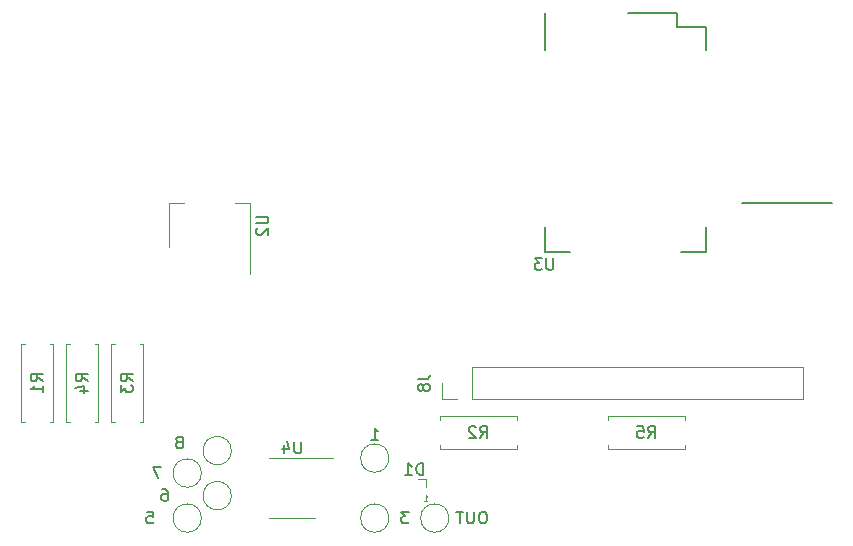
<source format=gbr>
%TF.GenerationSoftware,KiCad,Pcbnew,7.0.9*%
%TF.CreationDate,2025-10-08T14:44:38+03:00*%
%TF.ProjectId,signalgenerator-rounded,7369676e-616c-4676-956e-657261746f72,rev?*%
%TF.SameCoordinates,Original*%
%TF.FileFunction,Legend,Bot*%
%TF.FilePolarity,Positive*%
%FSLAX46Y46*%
G04 Gerber Fmt 4.6, Leading zero omitted, Abs format (unit mm)*
G04 Created by KiCad (PCBNEW 7.0.9) date 2025-10-08 14:44:38*
%MOMM*%
%LPD*%
G01*
G04 APERTURE LIST*
%ADD10C,0.150000*%
%ADD11C,0.075000*%
%ADD12C,0.120000*%
G04 APERTURE END LIST*
D10*
X92710000Y-48260000D02*
X100330000Y-48260000D01*
X70849999Y-74384819D02*
X70659523Y-74384819D01*
X70659523Y-74384819D02*
X70564285Y-74432438D01*
X70564285Y-74432438D02*
X70469047Y-74527676D01*
X70469047Y-74527676D02*
X70421428Y-74718152D01*
X70421428Y-74718152D02*
X70421428Y-75051485D01*
X70421428Y-75051485D02*
X70469047Y-75241961D01*
X70469047Y-75241961D02*
X70564285Y-75337200D01*
X70564285Y-75337200D02*
X70659523Y-75384819D01*
X70659523Y-75384819D02*
X70849999Y-75384819D01*
X70849999Y-75384819D02*
X70945237Y-75337200D01*
X70945237Y-75337200D02*
X71040475Y-75241961D01*
X71040475Y-75241961D02*
X71088094Y-75051485D01*
X71088094Y-75051485D02*
X71088094Y-74718152D01*
X71088094Y-74718152D02*
X71040475Y-74527676D01*
X71040475Y-74527676D02*
X70945237Y-74432438D01*
X70945237Y-74432438D02*
X70849999Y-74384819D01*
X69992856Y-74384819D02*
X69992856Y-75194342D01*
X69992856Y-75194342D02*
X69945237Y-75289580D01*
X69945237Y-75289580D02*
X69897618Y-75337200D01*
X69897618Y-75337200D02*
X69802380Y-75384819D01*
X69802380Y-75384819D02*
X69611904Y-75384819D01*
X69611904Y-75384819D02*
X69516666Y-75337200D01*
X69516666Y-75337200D02*
X69469047Y-75289580D01*
X69469047Y-75289580D02*
X69421428Y-75194342D01*
X69421428Y-75194342D02*
X69421428Y-74384819D01*
X69088094Y-74384819D02*
X68516666Y-74384819D01*
X68802380Y-75384819D02*
X68802380Y-74384819D01*
X65264819Y-63166666D02*
X65979104Y-63166666D01*
X65979104Y-63166666D02*
X66121961Y-63119047D01*
X66121961Y-63119047D02*
X66217200Y-63023809D01*
X66217200Y-63023809D02*
X66264819Y-62880952D01*
X66264819Y-62880952D02*
X66264819Y-62785714D01*
X65693390Y-63785714D02*
X65645771Y-63690476D01*
X65645771Y-63690476D02*
X65598152Y-63642857D01*
X65598152Y-63642857D02*
X65502914Y-63595238D01*
X65502914Y-63595238D02*
X65455295Y-63595238D01*
X65455295Y-63595238D02*
X65360057Y-63642857D01*
X65360057Y-63642857D02*
X65312438Y-63690476D01*
X65312438Y-63690476D02*
X65264819Y-63785714D01*
X65264819Y-63785714D02*
X65264819Y-63976190D01*
X65264819Y-63976190D02*
X65312438Y-64071428D01*
X65312438Y-64071428D02*
X65360057Y-64119047D01*
X65360057Y-64119047D02*
X65455295Y-64166666D01*
X65455295Y-64166666D02*
X65502914Y-64166666D01*
X65502914Y-64166666D02*
X65598152Y-64119047D01*
X65598152Y-64119047D02*
X65645771Y-64071428D01*
X65645771Y-64071428D02*
X65693390Y-63976190D01*
X65693390Y-63976190D02*
X65693390Y-63785714D01*
X65693390Y-63785714D02*
X65741009Y-63690476D01*
X65741009Y-63690476D02*
X65788628Y-63642857D01*
X65788628Y-63642857D02*
X65883866Y-63595238D01*
X65883866Y-63595238D02*
X66074342Y-63595238D01*
X66074342Y-63595238D02*
X66169580Y-63642857D01*
X66169580Y-63642857D02*
X66217200Y-63690476D01*
X66217200Y-63690476D02*
X66264819Y-63785714D01*
X66264819Y-63785714D02*
X66264819Y-63976190D01*
X66264819Y-63976190D02*
X66217200Y-64071428D01*
X66217200Y-64071428D02*
X66169580Y-64119047D01*
X66169580Y-64119047D02*
X66074342Y-64166666D01*
X66074342Y-64166666D02*
X65883866Y-64166666D01*
X65883866Y-64166666D02*
X65788628Y-64119047D01*
X65788628Y-64119047D02*
X65741009Y-64071428D01*
X65741009Y-64071428D02*
X65693390Y-63976190D01*
X33474819Y-63333333D02*
X32998628Y-63000000D01*
X33474819Y-62761905D02*
X32474819Y-62761905D01*
X32474819Y-62761905D02*
X32474819Y-63142857D01*
X32474819Y-63142857D02*
X32522438Y-63238095D01*
X32522438Y-63238095D02*
X32570057Y-63285714D01*
X32570057Y-63285714D02*
X32665295Y-63333333D01*
X32665295Y-63333333D02*
X32808152Y-63333333D01*
X32808152Y-63333333D02*
X32903390Y-63285714D01*
X32903390Y-63285714D02*
X32951009Y-63238095D01*
X32951009Y-63238095D02*
X32998628Y-63142857D01*
X32998628Y-63142857D02*
X32998628Y-62761905D01*
X33474819Y-64285714D02*
X33474819Y-63714286D01*
X33474819Y-64000000D02*
X32474819Y-64000000D01*
X32474819Y-64000000D02*
X32617676Y-63904762D01*
X32617676Y-63904762D02*
X32712914Y-63809524D01*
X32712914Y-63809524D02*
X32760533Y-63714286D01*
X45180237Y-68463390D02*
X45275475Y-68415771D01*
X45275475Y-68415771D02*
X45323094Y-68368152D01*
X45323094Y-68368152D02*
X45370713Y-68272914D01*
X45370713Y-68272914D02*
X45370713Y-68225295D01*
X45370713Y-68225295D02*
X45323094Y-68130057D01*
X45323094Y-68130057D02*
X45275475Y-68082438D01*
X45275475Y-68082438D02*
X45180237Y-68034819D01*
X45180237Y-68034819D02*
X44989761Y-68034819D01*
X44989761Y-68034819D02*
X44894523Y-68082438D01*
X44894523Y-68082438D02*
X44846904Y-68130057D01*
X44846904Y-68130057D02*
X44799285Y-68225295D01*
X44799285Y-68225295D02*
X44799285Y-68272914D01*
X44799285Y-68272914D02*
X44846904Y-68368152D01*
X44846904Y-68368152D02*
X44894523Y-68415771D01*
X44894523Y-68415771D02*
X44989761Y-68463390D01*
X44989761Y-68463390D02*
X45180237Y-68463390D01*
X45180237Y-68463390D02*
X45275475Y-68511009D01*
X45275475Y-68511009D02*
X45323094Y-68558628D01*
X45323094Y-68558628D02*
X45370713Y-68653866D01*
X45370713Y-68653866D02*
X45370713Y-68844342D01*
X45370713Y-68844342D02*
X45323094Y-68939580D01*
X45323094Y-68939580D02*
X45275475Y-68987200D01*
X45275475Y-68987200D02*
X45180237Y-69034819D01*
X45180237Y-69034819D02*
X44989761Y-69034819D01*
X44989761Y-69034819D02*
X44894523Y-68987200D01*
X44894523Y-68987200D02*
X44846904Y-68939580D01*
X44846904Y-68939580D02*
X44799285Y-68844342D01*
X44799285Y-68844342D02*
X44799285Y-68653866D01*
X44799285Y-68653866D02*
X44846904Y-68558628D01*
X44846904Y-68558628D02*
X44894523Y-68511009D01*
X44894523Y-68511009D02*
X44989761Y-68463390D01*
X37284819Y-63333333D02*
X36808628Y-63000000D01*
X37284819Y-62761905D02*
X36284819Y-62761905D01*
X36284819Y-62761905D02*
X36284819Y-63142857D01*
X36284819Y-63142857D02*
X36332438Y-63238095D01*
X36332438Y-63238095D02*
X36380057Y-63285714D01*
X36380057Y-63285714D02*
X36475295Y-63333333D01*
X36475295Y-63333333D02*
X36618152Y-63333333D01*
X36618152Y-63333333D02*
X36713390Y-63285714D01*
X36713390Y-63285714D02*
X36761009Y-63238095D01*
X36761009Y-63238095D02*
X36808628Y-63142857D01*
X36808628Y-63142857D02*
X36808628Y-62761905D01*
X36618152Y-64190476D02*
X37284819Y-64190476D01*
X36237200Y-63952381D02*
X36951485Y-63714286D01*
X36951485Y-63714286D02*
X36951485Y-64333333D01*
X41094819Y-63333333D02*
X40618628Y-63000000D01*
X41094819Y-62761905D02*
X40094819Y-62761905D01*
X40094819Y-62761905D02*
X40094819Y-63142857D01*
X40094819Y-63142857D02*
X40142438Y-63238095D01*
X40142438Y-63238095D02*
X40190057Y-63285714D01*
X40190057Y-63285714D02*
X40285295Y-63333333D01*
X40285295Y-63333333D02*
X40428152Y-63333333D01*
X40428152Y-63333333D02*
X40523390Y-63285714D01*
X40523390Y-63285714D02*
X40571009Y-63238095D01*
X40571009Y-63238095D02*
X40618628Y-63142857D01*
X40618628Y-63142857D02*
X40618628Y-62761905D01*
X40094819Y-63666667D02*
X40094819Y-64285714D01*
X40094819Y-64285714D02*
X40475771Y-63952381D01*
X40475771Y-63952381D02*
X40475771Y-64095238D01*
X40475771Y-64095238D02*
X40523390Y-64190476D01*
X40523390Y-64190476D02*
X40571009Y-64238095D01*
X40571009Y-64238095D02*
X40666247Y-64285714D01*
X40666247Y-64285714D02*
X40904342Y-64285714D01*
X40904342Y-64285714D02*
X40999580Y-64238095D01*
X40999580Y-64238095D02*
X41047200Y-64190476D01*
X41047200Y-64190476D02*
X41094819Y-64095238D01*
X41094819Y-64095238D02*
X41094819Y-63809524D01*
X41094819Y-63809524D02*
X41047200Y-63714286D01*
X41047200Y-63714286D02*
X40999580Y-63666667D01*
X55371904Y-68444819D02*
X55371904Y-69254342D01*
X55371904Y-69254342D02*
X55324285Y-69349580D01*
X55324285Y-69349580D02*
X55276666Y-69397200D01*
X55276666Y-69397200D02*
X55181428Y-69444819D01*
X55181428Y-69444819D02*
X54990952Y-69444819D01*
X54990952Y-69444819D02*
X54895714Y-69397200D01*
X54895714Y-69397200D02*
X54848095Y-69349580D01*
X54848095Y-69349580D02*
X54800476Y-69254342D01*
X54800476Y-69254342D02*
X54800476Y-68444819D01*
X53895714Y-68778152D02*
X53895714Y-69444819D01*
X54133809Y-68397200D02*
X54371904Y-69111485D01*
X54371904Y-69111485D02*
X53752857Y-69111485D01*
X70524666Y-68145819D02*
X70857999Y-67669628D01*
X71096094Y-68145819D02*
X71096094Y-67145819D01*
X71096094Y-67145819D02*
X70715142Y-67145819D01*
X70715142Y-67145819D02*
X70619904Y-67193438D01*
X70619904Y-67193438D02*
X70572285Y-67241057D01*
X70572285Y-67241057D02*
X70524666Y-67336295D01*
X70524666Y-67336295D02*
X70524666Y-67479152D01*
X70524666Y-67479152D02*
X70572285Y-67574390D01*
X70572285Y-67574390D02*
X70619904Y-67622009D01*
X70619904Y-67622009D02*
X70715142Y-67669628D01*
X70715142Y-67669628D02*
X71096094Y-67669628D01*
X70143713Y-67241057D02*
X70096094Y-67193438D01*
X70096094Y-67193438D02*
X70000856Y-67145819D01*
X70000856Y-67145819D02*
X69762761Y-67145819D01*
X69762761Y-67145819D02*
X69667523Y-67193438D01*
X69667523Y-67193438D02*
X69619904Y-67241057D01*
X69619904Y-67241057D02*
X69572285Y-67336295D01*
X69572285Y-67336295D02*
X69572285Y-67431533D01*
X69572285Y-67431533D02*
X69619904Y-67574390D01*
X69619904Y-67574390D02*
X70191332Y-68145819D01*
X70191332Y-68145819D02*
X69572285Y-68145819D01*
X76707904Y-52921819D02*
X76707904Y-53731342D01*
X76707904Y-53731342D02*
X76660285Y-53826580D01*
X76660285Y-53826580D02*
X76612666Y-53874200D01*
X76612666Y-53874200D02*
X76517428Y-53921819D01*
X76517428Y-53921819D02*
X76326952Y-53921819D01*
X76326952Y-53921819D02*
X76231714Y-53874200D01*
X76231714Y-53874200D02*
X76184095Y-53826580D01*
X76184095Y-53826580D02*
X76136476Y-53731342D01*
X76136476Y-53731342D02*
X76136476Y-52921819D01*
X75755523Y-52921819D02*
X75136476Y-52921819D01*
X75136476Y-52921819D02*
X75469809Y-53302771D01*
X75469809Y-53302771D02*
X75326952Y-53302771D01*
X75326952Y-53302771D02*
X75231714Y-53350390D01*
X75231714Y-53350390D02*
X75184095Y-53398009D01*
X75184095Y-53398009D02*
X75136476Y-53493247D01*
X75136476Y-53493247D02*
X75136476Y-53731342D01*
X75136476Y-53731342D02*
X75184095Y-53826580D01*
X75184095Y-53826580D02*
X75231714Y-53874200D01*
X75231714Y-53874200D02*
X75326952Y-53921819D01*
X75326952Y-53921819D02*
X75612666Y-53921819D01*
X75612666Y-53921819D02*
X75707904Y-53874200D01*
X75707904Y-53874200D02*
X75755523Y-53826580D01*
X42306904Y-74384819D02*
X42783094Y-74384819D01*
X42783094Y-74384819D02*
X42830713Y-74861009D01*
X42830713Y-74861009D02*
X42783094Y-74813390D01*
X42783094Y-74813390D02*
X42687856Y-74765771D01*
X42687856Y-74765771D02*
X42449761Y-74765771D01*
X42449761Y-74765771D02*
X42354523Y-74813390D01*
X42354523Y-74813390D02*
X42306904Y-74861009D01*
X42306904Y-74861009D02*
X42259285Y-74956247D01*
X42259285Y-74956247D02*
X42259285Y-75194342D01*
X42259285Y-75194342D02*
X42306904Y-75289580D01*
X42306904Y-75289580D02*
X42354523Y-75337200D01*
X42354523Y-75337200D02*
X42449761Y-75384819D01*
X42449761Y-75384819D02*
X42687856Y-75384819D01*
X42687856Y-75384819D02*
X42783094Y-75337200D01*
X42783094Y-75337200D02*
X42830713Y-75289580D01*
X84748666Y-68145819D02*
X85081999Y-67669628D01*
X85320094Y-68145819D02*
X85320094Y-67145819D01*
X85320094Y-67145819D02*
X84939142Y-67145819D01*
X84939142Y-67145819D02*
X84843904Y-67193438D01*
X84843904Y-67193438D02*
X84796285Y-67241057D01*
X84796285Y-67241057D02*
X84748666Y-67336295D01*
X84748666Y-67336295D02*
X84748666Y-67479152D01*
X84748666Y-67479152D02*
X84796285Y-67574390D01*
X84796285Y-67574390D02*
X84843904Y-67622009D01*
X84843904Y-67622009D02*
X84939142Y-67669628D01*
X84939142Y-67669628D02*
X85320094Y-67669628D01*
X83843904Y-67145819D02*
X84320094Y-67145819D01*
X84320094Y-67145819D02*
X84367713Y-67622009D01*
X84367713Y-67622009D02*
X84320094Y-67574390D01*
X84320094Y-67574390D02*
X84224856Y-67526771D01*
X84224856Y-67526771D02*
X83986761Y-67526771D01*
X83986761Y-67526771D02*
X83891523Y-67574390D01*
X83891523Y-67574390D02*
X83843904Y-67622009D01*
X83843904Y-67622009D02*
X83796285Y-67717247D01*
X83796285Y-67717247D02*
X83796285Y-67955342D01*
X83796285Y-67955342D02*
X83843904Y-68050580D01*
X83843904Y-68050580D02*
X83891523Y-68098200D01*
X83891523Y-68098200D02*
X83986761Y-68145819D01*
X83986761Y-68145819D02*
X84224856Y-68145819D01*
X84224856Y-68145819D02*
X84320094Y-68098200D01*
X84320094Y-68098200D02*
X84367713Y-68050580D01*
X61309285Y-68306819D02*
X61880713Y-68306819D01*
X61594999Y-68306819D02*
X61594999Y-67306819D01*
X61594999Y-67306819D02*
X61690237Y-67449676D01*
X61690237Y-67449676D02*
X61785475Y-67544914D01*
X61785475Y-67544914D02*
X61880713Y-67592533D01*
X43513332Y-70574819D02*
X42846666Y-70574819D01*
X42846666Y-70574819D02*
X43275237Y-71574819D01*
X64468332Y-74384819D02*
X63849285Y-74384819D01*
X63849285Y-74384819D02*
X64182618Y-74765771D01*
X64182618Y-74765771D02*
X64039761Y-74765771D01*
X64039761Y-74765771D02*
X63944523Y-74813390D01*
X63944523Y-74813390D02*
X63896904Y-74861009D01*
X63896904Y-74861009D02*
X63849285Y-74956247D01*
X63849285Y-74956247D02*
X63849285Y-75194342D01*
X63849285Y-75194342D02*
X63896904Y-75289580D01*
X63896904Y-75289580D02*
X63944523Y-75337200D01*
X63944523Y-75337200D02*
X64039761Y-75384819D01*
X64039761Y-75384819D02*
X64325475Y-75384819D01*
X64325475Y-75384819D02*
X64420713Y-75337200D01*
X64420713Y-75337200D02*
X64468332Y-75289580D01*
X51579819Y-49403095D02*
X52389342Y-49403095D01*
X52389342Y-49403095D02*
X52484580Y-49450714D01*
X52484580Y-49450714D02*
X52532200Y-49498333D01*
X52532200Y-49498333D02*
X52579819Y-49593571D01*
X52579819Y-49593571D02*
X52579819Y-49784047D01*
X52579819Y-49784047D02*
X52532200Y-49879285D01*
X52532200Y-49879285D02*
X52484580Y-49926904D01*
X52484580Y-49926904D02*
X52389342Y-49974523D01*
X52389342Y-49974523D02*
X51579819Y-49974523D01*
X51675057Y-50403095D02*
X51627438Y-50450714D01*
X51627438Y-50450714D02*
X51579819Y-50545952D01*
X51579819Y-50545952D02*
X51579819Y-50784047D01*
X51579819Y-50784047D02*
X51627438Y-50879285D01*
X51627438Y-50879285D02*
X51675057Y-50926904D01*
X51675057Y-50926904D02*
X51770295Y-50974523D01*
X51770295Y-50974523D02*
X51865533Y-50974523D01*
X51865533Y-50974523D02*
X52008390Y-50926904D01*
X52008390Y-50926904D02*
X52579819Y-50355476D01*
X52579819Y-50355476D02*
X52579819Y-50974523D01*
X43624523Y-72479819D02*
X43814999Y-72479819D01*
X43814999Y-72479819D02*
X43910237Y-72527438D01*
X43910237Y-72527438D02*
X43957856Y-72575057D01*
X43957856Y-72575057D02*
X44053094Y-72717914D01*
X44053094Y-72717914D02*
X44100713Y-72908390D01*
X44100713Y-72908390D02*
X44100713Y-73289342D01*
X44100713Y-73289342D02*
X44053094Y-73384580D01*
X44053094Y-73384580D02*
X44005475Y-73432200D01*
X44005475Y-73432200D02*
X43910237Y-73479819D01*
X43910237Y-73479819D02*
X43719761Y-73479819D01*
X43719761Y-73479819D02*
X43624523Y-73432200D01*
X43624523Y-73432200D02*
X43576904Y-73384580D01*
X43576904Y-73384580D02*
X43529285Y-73289342D01*
X43529285Y-73289342D02*
X43529285Y-73051247D01*
X43529285Y-73051247D02*
X43576904Y-72956009D01*
X43576904Y-72956009D02*
X43624523Y-72908390D01*
X43624523Y-72908390D02*
X43719761Y-72860771D01*
X43719761Y-72860771D02*
X43910237Y-72860771D01*
X43910237Y-72860771D02*
X44005475Y-72908390D01*
X44005475Y-72908390D02*
X44053094Y-72956009D01*
X44053094Y-72956009D02*
X44100713Y-73051247D01*
X65693094Y-71279819D02*
X65693094Y-70279819D01*
X65693094Y-70279819D02*
X65454999Y-70279819D01*
X65454999Y-70279819D02*
X65312142Y-70327438D01*
X65312142Y-70327438D02*
X65216904Y-70422676D01*
X65216904Y-70422676D02*
X65169285Y-70517914D01*
X65169285Y-70517914D02*
X65121666Y-70708390D01*
X65121666Y-70708390D02*
X65121666Y-70851247D01*
X65121666Y-70851247D02*
X65169285Y-71041723D01*
X65169285Y-71041723D02*
X65216904Y-71136961D01*
X65216904Y-71136961D02*
X65312142Y-71232200D01*
X65312142Y-71232200D02*
X65454999Y-71279819D01*
X65454999Y-71279819D02*
X65693094Y-71279819D01*
X64169285Y-71279819D02*
X64740713Y-71279819D01*
X64454999Y-71279819D02*
X64454999Y-70279819D01*
X64454999Y-70279819D02*
X64550237Y-70422676D01*
X64550237Y-70422676D02*
X64645475Y-70517914D01*
X64645475Y-70517914D02*
X64740713Y-70565533D01*
D11*
X65762142Y-73482409D02*
X66047856Y-73482409D01*
X65904999Y-73482409D02*
X65904999Y-72982409D01*
X65904999Y-72982409D02*
X65952618Y-73053838D01*
X65952618Y-73053838D02*
X66000237Y-73101457D01*
X66000237Y-73101457D02*
X66047856Y-73125266D01*
D12*
%TO.C,OUT*%
X67875000Y-74930000D02*
G75*
G03*
X67875000Y-74930000I-1200000J0D01*
G01*
%TO.C,J8*%
X97850000Y-62170000D02*
X97850000Y-64830000D01*
X69850000Y-62170000D02*
X97850000Y-62170000D01*
X69850000Y-62170000D02*
X69850000Y-64830000D01*
X67250000Y-63500000D02*
X67250000Y-64830000D01*
X69850000Y-64830000D02*
X97850000Y-64830000D01*
X67250000Y-64830000D02*
X68580000Y-64830000D01*
%TO.C,R1*%
X31650000Y-66770000D02*
X31650000Y-60230000D01*
X31980000Y-66770000D02*
X31650000Y-66770000D01*
X34060000Y-66770000D02*
X34390000Y-66770000D01*
X34390000Y-66770000D02*
X34390000Y-60230000D01*
X31650000Y-60230000D02*
X31980000Y-60230000D01*
X34390000Y-60230000D02*
X34060000Y-60230000D01*
%TO.C,8*%
X49460000Y-69215000D02*
G75*
G03*
X49460000Y-69215000I-1200000J0D01*
G01*
%TO.C,R4*%
X35460000Y-66770000D02*
X35460000Y-60230000D01*
X35790000Y-66770000D02*
X35460000Y-66770000D01*
X37870000Y-66770000D02*
X38200000Y-66770000D01*
X38200000Y-66770000D02*
X38200000Y-60230000D01*
X35460000Y-60230000D02*
X35790000Y-60230000D01*
X38200000Y-60230000D02*
X37870000Y-60230000D01*
%TO.C,R3*%
X39270000Y-66770000D02*
X39270000Y-60230000D01*
X39600000Y-66770000D02*
X39270000Y-66770000D01*
X41680000Y-66770000D02*
X42010000Y-66770000D01*
X42010000Y-66770000D02*
X42010000Y-60230000D01*
X39270000Y-60230000D02*
X39600000Y-60230000D01*
X42010000Y-60230000D02*
X41680000Y-60230000D01*
%TO.C,U4*%
X54610000Y-74950000D02*
X56560000Y-74950000D01*
X54610000Y-74950000D02*
X52660000Y-74950000D01*
X54610000Y-69830000D02*
X58060000Y-69830000D01*
X54610000Y-69830000D02*
X52660000Y-69830000D01*
%TO.C,R2*%
X67088000Y-66321000D02*
X73628000Y-66321000D01*
X67088000Y-66651000D02*
X67088000Y-66321000D01*
X67088000Y-68731000D02*
X67088000Y-69061000D01*
X67088000Y-69061000D02*
X73628000Y-69061000D01*
X73628000Y-66321000D02*
X73628000Y-66651000D01*
X73628000Y-69061000D02*
X73628000Y-68731000D01*
D10*
%TO.C,U3*%
X89604000Y-52391000D02*
X89604000Y-50291000D01*
X89604000Y-35291000D02*
X89604000Y-33391000D01*
X89604000Y-33391000D02*
X87204000Y-33391000D01*
X87504000Y-52391000D02*
X89604000Y-52391000D01*
X87204000Y-32191000D02*
X87204000Y-33391000D01*
X87204000Y-32191000D02*
X83004000Y-32191000D01*
X78104000Y-52391000D02*
X76004000Y-52391000D01*
X76004000Y-52391000D02*
X76004000Y-50291000D01*
X76004000Y-32191000D02*
X76004000Y-35291000D01*
D12*
%TO.C,5*%
X46920000Y-74930000D02*
G75*
G03*
X46920000Y-74930000I-1200000J0D01*
G01*
%TO.C,R5*%
X81312000Y-66321000D02*
X87852000Y-66321000D01*
X81312000Y-66651000D02*
X81312000Y-66321000D01*
X81312000Y-68731000D02*
X81312000Y-69061000D01*
X81312000Y-69061000D02*
X87852000Y-69061000D01*
X87852000Y-66321000D02*
X87852000Y-66651000D01*
X87852000Y-69061000D02*
X87852000Y-68731000D01*
%TO.C,1*%
X62795000Y-69850000D02*
G75*
G03*
X62795000Y-69850000I-1200000J0D01*
G01*
%TO.C,7*%
X46920000Y-71120000D02*
G75*
G03*
X46920000Y-71120000I-1200000J0D01*
G01*
%TO.C,3*%
X62795000Y-74930000D02*
G75*
G03*
X62795000Y-74930000I-1200000J0D01*
G01*
%TO.C,U2*%
X51035000Y-54265000D02*
X51035000Y-48255000D01*
X44215000Y-52015000D02*
X44215000Y-48255000D01*
X44215000Y-48255000D02*
X45475000Y-48255000D01*
X51035000Y-48255000D02*
X49775000Y-48255000D01*
%TO.C,6*%
X49460000Y-73025000D02*
G75*
G03*
X49460000Y-73025000I-1200000J0D01*
G01*
%TO.C,D1*%
X65915000Y-71615000D02*
X65915000Y-72265000D01*
X65265000Y-71615000D02*
X65915000Y-71615000D01*
%TD*%
M02*

</source>
